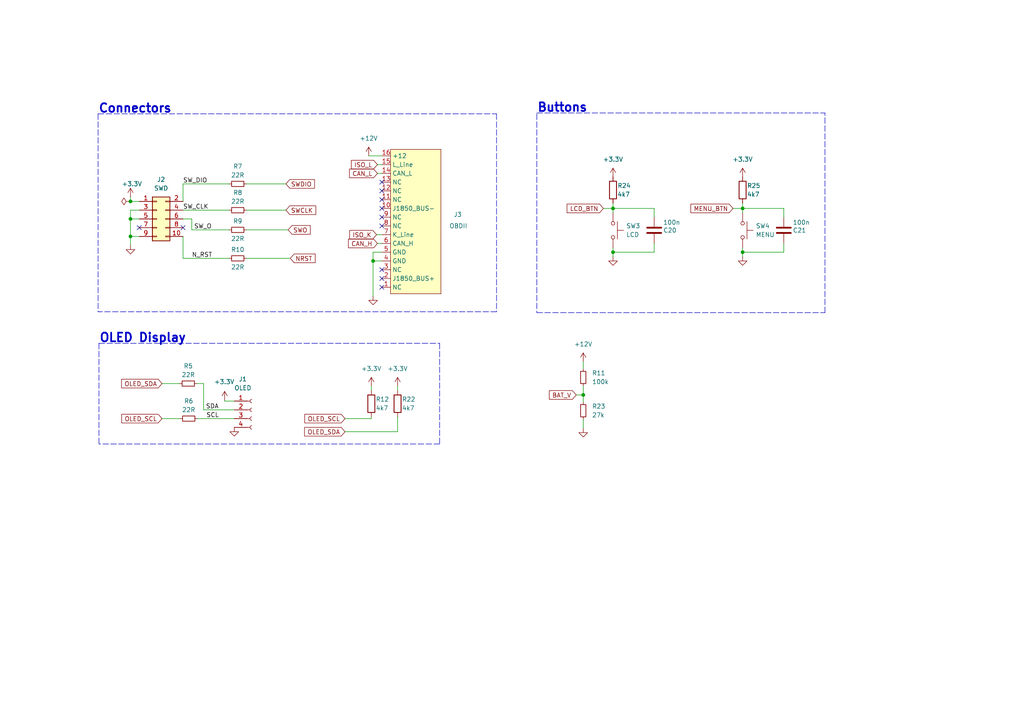
<source format=kicad_sch>
(kicad_sch (version 20211123) (generator eeschema)
  (paper "A4")
  (lib_symbols
    (symbol "+3.3V_3" (power) (pin_names (offset 0))
      (property "Value" "+3.3V_3" (at 0 3.556 0))
      (symbol "+3.3V_3_0_1"
        (polyline (pts (xy -0.762 1.27) (xy 0 2.54)))
        (polyline (pts (xy 0 0) (xy 0 2.54)))
        (polyline (pts (xy 0 2.54) (xy 0.762 1.27)))
      )
      (symbol "+3.3V_3_1_1"
        (pin power_in line (at 0 0 90) (length 0) hide (name "+3.3V") (number "1"))
      )
    )
    (symbol "+3.3V_4" (power) (pin_names (offset 0))
      (property "Value" "+3.3V_4" (at 0 3.556 0))
      (symbol "+3.3V_4_0_1"
        (polyline (pts (xy -0.762 1.27) (xy 0 2.54)))
        (polyline (pts (xy 0 0) (xy 0 2.54)))
        (polyline (pts (xy 0 2.54) (xy 0.762 1.27)))
      )
      (symbol "+3.3V_4_1_1"
        (pin power_in line (at 0 0 90) (length 0) hide (name "+3.3V") (number "1"))
      )
    )
    (symbol "+3.3V_5" (power) (pin_names (offset 0))
      (property "Value" "+3.3V_5" (at 0 3.556 0))
      (symbol "+3.3V_5_0_1"
        (polyline (pts (xy -0.762 1.27) (xy 0 2.54)))
        (polyline (pts (xy 0 0) (xy 0 2.54)))
        (polyline (pts (xy 0 2.54) (xy 0.762 1.27)))
      )
      (symbol "+3.3V_5_1_1"
        (pin power_in line (at 0 0 90) (length 0) hide (name "+3.3V") (number "1"))
      )
    )
    (symbol "+3.3V_6" (power) (pin_names (offset 0))
      (property "Value" "+3.3V_6" (at 0 3.556 0))
      (symbol "+3.3V_6_0_1"
        (polyline (pts (xy -0.762 1.27) (xy 0 2.54)))
        (polyline (pts (xy 0 0) (xy 0 2.54)))
        (polyline (pts (xy 0 2.54) (xy 0.762 1.27)))
      )
      (symbol "+3.3V_6_1_1"
        (pin power_in line (at 0 0 90) (length 0) hide (name "+3.3V") (number "1"))
      )
    )
    (symbol "Connector:Conn_01x04_Female" (pin_names (offset 1.016) hide)
      (property "Reference" "J" (at 0 5.08 0))
      (property "Value" "Conn_01x04_Female" (at 0 -7.62 0))
      (symbol "Conn_01x04_Female_1_1"
        (arc (start 0 -4.572) (mid -0.508 -5.08) (end 0 -5.588) (stroke (width 0.1524)))
        (arc (start 0 -2.032) (mid -0.508 -2.54) (end 0 -3.048) (stroke (width 0.1524)))
        (polyline (pts (xy -1.27 -5.08) (xy -0.508 -5.08)) (stroke (width 0.1524)))
        (polyline (pts (xy -1.27 -2.54) (xy -0.508 -2.54)) (stroke (width 0.1524)))
        (polyline (pts (xy -1.27 0) (xy -0.508 0)) (stroke (width 0.1524)))
        (polyline (pts (xy -1.27 2.54) (xy -0.508 2.54)) (stroke (width 0.1524)))
        (arc (start 0 0.508) (mid -0.508 0) (end 0 -0.508) (stroke (width 0.1524)))
        (arc (start 0 3.048) (mid -0.508 2.54) (end 0 2.032) (stroke (width 0.1524)))
        (pin passive line (at -5.08 2.54 0) (length 3.81) (name "Pin_1") (number "1"))
        (pin passive line (at -5.08 0 0) (length 3.81) (name "Pin_2") (number "2"))
        (pin passive line (at -5.08 -2.54 0) (length 3.81) (name "Pin_3") (number "3"))
        (pin passive line (at -5.08 -5.08 0) (length 3.81) (name "Pin_4") (number "4"))
      )
    )
    (symbol "Connector_Generic:Conn_02x05_Odd_Even" (pin_names (offset 1.016) hide)
      (property "Reference" "J" (at 1.27 7.62 0))
      (property "Value" "Conn_02x05_Odd_Even" (at 1.27 -7.62 0))
      (symbol "Conn_02x05_Odd_Even_1_1"
        (rectangle (start -1.27 -4.953) (end 0 -5.207) (stroke (width 0.1524)))
        (rectangle (start -1.27 -2.413) (end 0 -2.667) (stroke (width 0.1524)))
        (rectangle (start -1.27 0.127) (end 0 -0.127) (stroke (width 0.1524)))
        (rectangle (start -1.27 2.667) (end 0 2.413) (stroke (width 0.1524)))
        (rectangle (start -1.27 5.207) (end 0 4.953) (stroke (width 0.1524)))
        (rectangle (start -1.27 6.35) (end 3.81 -6.35) (stroke (width 0.254)) (fill (type background)))
        (rectangle (start 3.81 -4.953) (end 2.54 -5.207) (stroke (width 0.1524)))
        (rectangle (start 3.81 -2.413) (end 2.54 -2.667) (stroke (width 0.1524)))
        (rectangle (start 3.81 0.127) (end 2.54 -0.127) (stroke (width 0.1524)))
        (rectangle (start 3.81 2.667) (end 2.54 2.413) (stroke (width 0.1524)))
        (rectangle (start 3.81 5.207) (end 2.54 4.953) (stroke (width 0.1524)))
        (pin passive line (at -5.08 5.08 0) (length 3.81) (name "Pin_1") (number "1"))
        (pin passive line (at 7.62 -5.08 180) (length 3.81) (name "Pin_10") (number "10"))
        (pin passive line (at 7.62 5.08 180) (length 3.81) (name "Pin_2") (number "2"))
        (pin passive line (at -5.08 2.54 0) (length 3.81) (name "Pin_3") (number "3"))
        (pin passive line (at 7.62 2.54 180) (length 3.81) (name "Pin_4") (number "4"))
        (pin passive line (at -5.08 0 0) (length 3.81) (name "Pin_5") (number "5"))
        (pin passive line (at 7.62 0 180) (length 3.81) (name "Pin_6") (number "6"))
        (pin passive line (at -5.08 -2.54 0) (length 3.81) (name "Pin_7") (number "7"))
        (pin passive line (at 7.62 -2.54 180) (length 3.81) (name "Pin_8") (number "8"))
        (pin passive line (at -5.08 -5.08 0) (length 3.81) (name "Pin_9") (number "9"))
      )
    )
    (symbol "Device:C" (pin_numbers hide) (pin_names (offset 0.254))
      (property "Reference" "C" (at 0.635 2.54 0))
      (property "Value" "C" (at 0.635 -2.54 0))
      (symbol "C_0_1"
        (polyline (pts (xy -2.032 -0.762) (xy 2.032 -0.762)) (stroke (width 0.508)))
        (polyline (pts (xy -2.032 0.762) (xy 2.032 0.762)) (stroke (width 0.508)))
      )
      (symbol "C_1_1"
        (pin passive line (at 0 3.81 270) (length 2.794) (name "~") (number "1"))
        (pin passive line (at 0 -3.81 90) (length 2.794) (name "~") (number "2"))
      )
    )
    (symbol "Device:R" (pin_numbers hide) (pin_names (offset 0))
      (property "Reference" "R" (at 2.032 0 90))
      (property "Value" "R" (at 0 0 90))
      (symbol "R_0_1"
        (rectangle (start -1.016 -2.54) (end 1.016 2.54) (stroke (width 0.254)))
      )
      (symbol "R_1_1"
        (pin passive line (at 0 3.81 270) (length 1.27) (name "~") (number "1"))
        (pin passive line (at 0 -3.81 90) (length 1.27) (name "~") (number "2"))
      )
    )
    (symbol "Device:R_Small" (pin_numbers hide) (pin_names (offset 0.254) hide)
      (property "Reference" "R" (at 0.762 0.508 0))
      (property "Value" "R_Small" (at 0.762 -1.016 0))
      (symbol "R_Small_0_1"
        (rectangle (start -0.762 1.778) (end 0.762 -1.778) (stroke (width 0.2032)))
      )
      (symbol "R_Small_1_1"
        (pin passive line (at 0 2.54 270) (length 0.762) (name "~") (number "1"))
        (pin passive line (at 0 -2.54 90) (length 0.762) (name "~") (number "2"))
      )
    )
    (symbol "Switch:SW_Push" (pin_numbers hide) (pin_names (offset 1.016) hide)
      (property "Reference" "SW" (at 1.27 2.54 0))
      (property "Value" "SW_Push" (at 0 -1.524 0))
      (symbol "SW_Push_0_1"
        (circle (center -2.032 0) (radius 0.508))
        (polyline (pts (xy 0 1.27) (xy 0 3.048)))
        (polyline (pts (xy 2.54 1.27) (xy -2.54 1.27)))
        (circle (center 2.032 0) (radius 0.508))
        (pin passive line (at -5.08 0 0) (length 2.54) (name "1") (number "1"))
        (pin passive line (at 5.08 0 180) (length 2.54) (name "2") (number "2"))
      )
    )
    (symbol "power:+12V" (power) (pin_names (offset 0))
      (property "Value" "+12V" (at 0 3.556 0))
      (symbol "+12V_0_1"
        (polyline (pts (xy -0.762 1.27) (xy 0 2.54)))
        (polyline (pts (xy 0 0) (xy 0 2.54)))
        (polyline (pts (xy 0 2.54) (xy 0.762 1.27)))
      )
      (symbol "+12V_1_1"
        (pin power_in line (at 0 0 90) (length 0) hide (name "+12V") (number "1"))
      )
    )
    (symbol "power:GND" (power) (pin_names (offset 0))
      (property "Value" "GND" (at 0 -3.81 0))
      (symbol "GND_0_1"
        (polyline (pts (xy 0 0) (xy 0 -1.27) (xy 1.27 -1.27) (xy 0 -2.54) (xy -1.27 -1.27) (xy 0 -1.27)))
      )
      (symbol "GND_1_1"
        (pin power_in line (at 0 0 270) (length 0) hide (name "GND") (number "1"))
      )
    )
    (symbol "power:PWR_FLAG" (power) (pin_numbers hide) (pin_names (offset 0) hide)
      (property "Value" "PWR_FLAG" (at 0 3.81 0))
      (symbol "PWR_FLAG_0_0"
        (pin power_out line (at 0 0 90) (length 0) (name "pwr") (number "1"))
      )
      (symbol "PWR_FLAG_0_1"
        (polyline (pts (xy 0 0) (xy 0 1.27) (xy -1.016 1.905) (xy 0 2.54) (xy 1.016 1.905) (xy 0 1.27)))
      )
    )
    (symbol "tme_library:OBDII"
      (property "Reference" "J3" (at 2.54 25.4 90))
      (property "Value" "OBDII" (at 1.27 22.86 90))
      (symbol "OBDII_0_1"
        (rectangle (start -20.955 10.795) (end 20.955 -3.81) (fill (type background)))
      )
      (symbol "OBDII_1_1"
        (pin free line (at -19.05 -6.35 90) (length 2.54) (name "NC") (number "1"))
        (pin free line (at 3.81 -6.35 90) (length 2.54) (name "J1850_BUS-") (number "10"))
        (pin free line (at 6.35 -6.35 90) (length 2.54) (name "NC") (number "11"))
        (pin free line (at 8.89 -6.35 90) (length 2.54) (name "NC") (number "12"))
        (pin free line (at 11.43 -6.35 90) (length 2.54) (name "NC") (number "13"))
        (pin free line (at 13.97 -6.35 90) (length 2.54) (name "CAN_L") (number "14"))
        (pin free line (at 16.51 -6.35 90) (length 2.54) (name "L_Line") (number "15"))
        (pin power_in line (at 19.05 -6.35 90) (length 2.54) (name "+12") (number "16"))
        (pin free line (at -16.51 -6.35 90) (length 2.54) (name "J1850_BUS+") (number "2"))
        (pin free line (at -13.97 -6.35 90) (length 2.54) (name "NC") (number "3"))
        (pin free line (at -11.43 -6.35 90) (length 2.54) (name "GND") (number "4"))
        (pin free line (at -8.89 -6.35 90) (length 2.54) (name "GND") (number "5"))
        (pin free line (at -6.35 -6.35 90) (length 2.54) (name "CAN_H") (number "6"))
        (pin free line (at -3.81 -6.35 90) (length 2.54) (name "K_Line") (number "7"))
        (pin free line (at -1.27 -6.35 90) (length 2.54) (name "NC") (number "8"))
        (pin free line (at 1.27 -6.35 90) (length 2.54) (name "NC") (number "9"))
      )
    )
  )
  (junction (at 215.392 73.152))
  (junction (at 37.846 63.5))
  (junction (at 169.164 114.554))
  (junction (at 108.204 75.692))
  (junction (at 37.846 58.42))
  (junction (at 37.846 68.58))
  (junction (at 177.8 73.152))
  (junction (at 177.8 60.452))
  (junction (at 215.392 60.452))
  (no_connect (at 110.744 60.452))
  (no_connect (at 110.744 65.532))
  (no_connect (at 110.744 78.232))
  (no_connect (at 110.744 80.772))
  (no_connect (at 110.744 55.372))
  (no_connect (at 110.744 57.912))
  (no_connect (at 110.744 62.992))
  (no_connect (at 40.386 66.04))
  (no_connect (at 110.744 83.312))
  (no_connect (at 110.744 52.832))
  (no_connect (at 53.086 66.04))
  (wire (pts (xy 109.474 47.752) (xy 110.744 47.752)))
  (wire (pts (xy 37.846 60.96) (xy 37.846 63.5)))
  (wire (pts (xy 53.086 53.34) (xy 66.421 53.34)))
  (wire (pts (xy 227.33 70.612) (xy 227.33 73.152)))
  (wire (pts (xy 189.738 70.612) (xy 189.738 73.152)))
  (polyline (pts (xy 155.702 90.678) (xy 239.268 90.678)))
  (wire (pts (xy 169.164 114.554) (xy 169.164 116.586)))
  (wire (pts (xy 57.277 121.412) (xy 67.945 121.412)))
  (wire (pts (xy 46.99 121.412) (xy 52.197 121.412)))
  (wire (pts (xy 53.086 63.5) (xy 55.626 63.5)))
  (wire (pts (xy 177.8 60.452) (xy 189.738 60.452)))
  (wire (pts (xy 108.204 75.692) (xy 108.204 85.852)))
  (wire (pts (xy 109.22 68.072) (xy 110.744 68.072)))
  (wire (pts (xy 107.696 120.904) (xy 107.696 121.412)))
  (wire (pts (xy 177.8 58.928) (xy 177.8 60.452)))
  (wire (pts (xy 115.316 112.014) (xy 115.316 113.284)))
  (wire (pts (xy 59.055 111.252) (xy 59.055 118.872)))
  (polyline (pts (xy 155.702 32.766) (xy 239.268 32.766)))
  (wire (pts (xy 110.744 73.152) (xy 108.204 73.152)))
  (wire (pts (xy 55.626 66.675) (xy 66.421 66.675)))
  (wire (pts (xy 169.164 112.014) (xy 169.164 114.554)))
  (wire (pts (xy 189.738 62.992) (xy 189.738 60.452)))
  (wire (pts (xy 67.945 116.332) (xy 65.151 116.332)))
  (wire (pts (xy 108.204 73.152) (xy 108.204 75.692)))
  (wire (pts (xy 227.33 62.992) (xy 227.33 60.452)))
  (wire (pts (xy 109.474 50.292) (xy 110.744 50.292)))
  (wire (pts (xy 40.386 58.42) (xy 37.846 58.42)))
  (polyline (pts (xy 144.018 90.424) (xy 28.448 90.424)))
  (wire (pts (xy 167.132 114.554) (xy 169.164 114.554)))
  (wire (pts (xy 108.204 75.692) (xy 110.744 75.692)))
  (polyline (pts (xy 28.448 33.02) (xy 28.448 90.424)))
  (wire (pts (xy 53.086 74.93) (xy 66.421 74.93)))
  (polyline (pts (xy 127.508 99.568) (xy 127.508 128.778)))
  (wire (pts (xy 107.696 112.014) (xy 107.696 113.284)))
  (polyline (pts (xy 28.702 99.568) (xy 28.702 128.778)))
  (wire (pts (xy 215.392 71.882) (xy 215.392 73.152)))
  (polyline (pts (xy 28.448 33.02) (xy 144.018 33.02)))
  (wire (pts (xy 55.626 63.5) (xy 55.626 66.675)))
  (wire (pts (xy 107.696 121.412) (xy 100.076 121.412)))
  (wire (pts (xy 59.055 118.872) (xy 67.945 118.872)))
  (wire (pts (xy 115.316 125.222) (xy 100.076 125.222)))
  (wire (pts (xy 169.164 121.666) (xy 169.164 124.206)))
  (wire (pts (xy 37.846 58.42) (xy 37.846 57.15)))
  (wire (pts (xy 71.501 53.34) (xy 82.931 53.34)))
  (polyline (pts (xy 155.702 33.02) (xy 155.702 90.678)))
  (wire (pts (xy 40.386 60.96) (xy 37.846 60.96)))
  (wire (pts (xy 215.392 58.928) (xy 215.392 60.452)))
  (wire (pts (xy 71.501 66.675) (xy 83.566 66.675)))
  (wire (pts (xy 109.474 70.612) (xy 110.744 70.612)))
  (polyline (pts (xy 28.702 99.568) (xy 127.508 99.568)))
  (wire (pts (xy 227.33 73.152) (xy 215.392 73.152)))
  (wire (pts (xy 215.392 73.152) (xy 215.392 74.422)))
  (polyline (pts (xy 144.018 33.02) (xy 144.018 90.424)))
  (wire (pts (xy 53.086 60.96) (xy 66.421 60.96)))
  (wire (pts (xy 37.846 63.5) (xy 40.386 63.5)))
  (wire (pts (xy 65.151 116.332) (xy 65.151 116.078)))
  (wire (pts (xy 46.99 111.252) (xy 52.07 111.252)))
  (wire (pts (xy 189.738 73.152) (xy 177.8 73.152)))
  (wire (pts (xy 37.846 63.5) (xy 37.846 68.58)))
  (wire (pts (xy 57.15 111.252) (xy 59.055 111.252)))
  (wire (pts (xy 215.392 60.452) (xy 215.392 61.722)))
  (wire (pts (xy 37.846 68.58) (xy 37.846 71.12)))
  (wire (pts (xy 53.086 68.58) (xy 53.086 74.93)))
  (wire (pts (xy 37.846 68.58) (xy 40.386 68.58)))
  (wire (pts (xy 53.086 58.42) (xy 53.086 53.34)))
  (wire (pts (xy 175.006 60.452) (xy 177.8 60.452)))
  (wire (pts (xy 215.392 60.452) (xy 227.33 60.452)))
  (wire (pts (xy 169.164 104.902) (xy 169.164 106.934)))
  (polyline (pts (xy 127.508 128.778) (xy 28.702 128.778)))
  (wire (pts (xy 106.934 45.212) (xy 110.744 45.212)))
  (wire (pts (xy 71.501 60.96) (xy 82.931 60.96)))
  (wire (pts (xy 177.8 71.882) (xy 177.8 73.152)))
  (wire (pts (xy 212.598 60.452) (xy 215.392 60.452)))
  (wire (pts (xy 177.8 60.452) (xy 177.8 61.722)))
  (polyline (pts (xy 239.268 90.678) (xy 239.268 32.766)))
  (wire (pts (xy 71.501 74.93) (xy 84.201 74.93)))
  (wire (pts (xy 177.8 73.152) (xy 177.8 74.422)))
  (wire (pts (xy 115.316 120.904) (xy 115.316 125.222)))
  (text "OLED Display" (at 28.702 99.568 0) (effects (font (size 2.5 2.5) (thickness 0.5) bold) (justify left bottom)))
  (text "Buttons" (at 155.702 32.766 0) (effects (font (size 2.5 2.5) (thickness 0.5) bold) (justify left bottom)))
  (text "Connectors" (at 28.448 33.02 0) (effects (font (size 2.5 2.5) bold) (justify left bottom)))
  (label "SDA" (at 59.69 118.872 0))
  (label "SW_DIO" (at 53.086 53.34 0))
  (label "SW_CLK" (at 53.086 60.96 0))
  (label "N_RST" (at 55.626 74.93 0))
  (label "SW_O" (at 56.261 66.675 0))
  (label "SCL" (at 59.817 121.412 0))
  (global_label "ISO_K" (shape input) (at 109.22 68.072 180) (property "Intersheet References" "${INTERSHEET_REFS}" (effects hide)))
  (global_label "NRST" (shape input) (at 84.201 74.93 0) (property "Intersheet References" "${INTERSHEET_REFS}" (effects hide)))
  (global_label "LCD_BTN" (shape input) (at 175.006 60.452 180) (property "Intersheet References" "${INTERSHEET_REFS}" (effects hide)))
  (global_label "BAT_V" (shape input) (at 167.132 114.554 180) (property "Intersheet References" "${INTERSHEET_REFS}" (effects hide)))
  (global_label "CAN_L" (shape input) (at 109.474 50.292 180) (property "Intersheet References" "${INTERSHEET_REFS}" (effects hide)))
  (global_label "OLED_SDA" (shape input) (at 46.99 111.252 180) (property "Intersheet References" "${INTERSHEET_REFS}" (effects hide)))
  (global_label "OLED_SCL" (shape input) (at 100.076 121.412 180) (property "Intersheet References" "${INTERSHEET_REFS}" (effects hide)))
  (global_label "SWO" (shape input) (at 83.566 66.675 0) (property "Intersheet References" "${INTERSHEET_REFS}" (effects hide)))
  (global_label "CAN_H" (shape input) (at 109.474 70.612 180) (property "Intersheet References" "${INTERSHEET_REFS}" (effects hide)))
  (global_label "ISO_L" (shape input) (at 109.474 47.752 180) (property "Intersheet References" "${INTERSHEET_REFS}" (effects hide)))
  (global_label "SWDIO" (shape input) (at 82.931 53.34 0) (property "Intersheet References" "${INTERSHEET_REFS}" (effects hide)))
  (global_label "MENU_BTN" (shape input) (at 212.598 60.452 180) (property "Intersheet References" "${INTERSHEET_REFS}" (effects hide)))
  (global_label "OLED_SDA" (shape input) (at 100.076 125.222 180) (property "Intersheet References" "${INTERSHEET_REFS}" (effects hide)))
  (global_label "SWCLK" (shape input) (at 82.931 60.96 0) (property "Intersheet References" "${INTERSHEET_REFS}" (effects hide)))
  (global_label "OLED_SCL" (shape input) (at 46.99 121.412 180) (property "Intersheet References" "${INTERSHEET_REFS}" (effects hide)))
  (symbol (lib_name "+3.3V_3") (lib_id "power:+3.3V") (at 107.696 112.014 0) (unit 1)
    (property "Reference" "#PWR018" (effects hide))
    (property "Value" "+3.3V" (at 107.696 106.934 0))
  )
  (symbol (lib_id "Device:R_Small") (at 68.961 60.96 90) (unit 1)
    (property "Reference" "R8" (at 68.961 55.88 90))
    (property "Value" "22R" (at 68.961 58.42 90))
    (property "Footprint" "Resistor_SMD:R_0603_1608Metric" (effects hide))
  )
  (symbol (lib_id "Connector:Conn_01x04_Female") (at 73.025 118.872 0) (unit 1)
    (property "Reference" "J1" (at 69.215 109.982 0) (effects (justify left)))
    (property "Value" "OLED" (at 67.945 112.522 0) (effects (justify left)))
    (property "Footprint" "Connector_PinHeader_2.54mm:PinHeader_1x04_P2.54mm_Vertical" (effects hide))
  )
  (symbol (lib_id "Device:R") (at 107.696 117.094 0) (unit 1)
    (property "Reference" "R12" (at 108.966 115.824 0) (effects (justify left)))
    (property "Value" "4k7" (at 108.966 118.364 0) (effects (justify left)))
    (property "Footprint" "Resistor_SMD:R_0402_1005Metric" (effects hide))
  )
  (symbol (lib_name "+3.3V_4") (lib_id "power:+3.3V") (at 177.8 51.308 0) (unit 1)
    (property "Reference" "#PWR0108" (effects hide))
    (property "Value" "+3.3V" (at 177.8 46.228 0))
  )
  (symbol (lib_id "Device:R_Small") (at 169.164 109.474 0) (unit 1)
    (property "Reference" "R11" (at 171.704 108.2039 0) (effects (justify left)))
    (property "Value" "100k" (at 171.704 110.7439 0) (effects (justify left)))
    (property "Footprint" "Resistor_SMD:R_0402_1005Metric" (effects hide))
  )
  (symbol (lib_id "power:GND") (at 169.164 124.206 0) (unit 1)
    (property "Reference" "#PWR032" (effects hide))
    (property "Value" "GND" (effects hide))
  )
  (symbol (lib_name "+3.3V_4") (lib_id "power:+3.3V") (at 215.392 51.308 0) (unit 1)
    (property "Reference" "#PWR0107" (effects hide))
    (property "Value" "+3.3V" (at 215.392 46.228 0))
  )
  (symbol (lib_id "Connector_Generic:Conn_02x05_Odd_Even") (at 45.466 63.5 0) (unit 1)
    (property "Reference" "J2" (at 46.736 52.07 0))
    (property "Value" "SWD" (at 46.736 54.61 0))
    (property "Footprint" "Connector_PinHeader_2.54mm:PinHeader_2x05_P2.54mm_Vertical" (effects hide))
  )
  (symbol (lib_id "power:GND") (at 215.392 74.422 0) (unit 1)
    (property "Reference" "#PWR0105" (effects hide))
    (property "Value" "GND" (effects hide))
  )
  (symbol (lib_name "+3.3V_4") (lib_id "power:+3.3V") (at 115.316 112.014 0) (unit 1)
    (property "Reference" "#PWR031" (effects hide))
    (property "Value" "+3.3V" (at 115.316 106.934 0))
  )
  (symbol (lib_id "Device:R_Small") (at 54.61 111.252 90) (unit 1)
    (property "Reference" "R5" (at 54.61 106.172 90))
    (property "Value" "22R" (at 54.61 108.712 90))
    (property "Footprint" "Resistor_SMD:R_0603_1608Metric" (effects hide))
  )
  (symbol (lib_id "power:GND") (at 177.8 74.422 0) (unit 1)
    (property "Reference" "#PWR0106" (effects hide))
    (property "Value" "GND" (effects hide))
  )
  (symbol (lib_id "power:GND") (at 37.846 71.12 0) (unit 1)
    (property "Reference" "#PWR019" (effects hide))
    (property "Value" "GND" (effects hide))
  )
  (symbol (lib_id "tme_library:OBDII") (at 117.094 64.262 270) (mirror x) (unit 1)
    (property "Reference" "J3" (at 131.572 62.23 90) (effects (justify left)))
    (property "Value" "OBDII" (at 130.302 65.532 90) (effects (justify left)))
    (property "Footprint" "tme_library:OBD" (effects hide))
  )
  (symbol (lib_id "Device:R") (at 177.8 55.118 0) (unit 1)
    (property "Reference" "R24" (at 179.07 53.848 0) (effects (justify left)))
    (property "Value" "4k7" (at 179.07 56.388 0) (effects (justify left)))
    (property "Footprint" "Resistor_SMD:R_0402_1005Metric" (effects hide))
  )
  (symbol (lib_id "power:PWR_FLAG") (at 37.846 58.42 90) (unit 1)
    (property "Reference" "#FLG01" (effects hide))
    (property "Value" "PWR_FLAG" (effects hide))
  )
  (symbol (lib_id "Device:R_Small") (at 68.961 53.34 90) (unit 1)
    (property "Reference" "R7" (at 68.961 48.26 90))
    (property "Value" "22R" (at 68.961 50.8 90))
    (property "Footprint" "Resistor_SMD:R_0603_1608Metric" (effects hide))
  )
  (symbol (lib_id "Device:C") (at 189.738 66.802 180) (unit 1)
    (property "Reference" "C20" (at 194.31 66.802 0))
    (property "Value" "100n" (at 194.818 64.516 0))
    (property "Footprint" "Capacitor_SMD:C_0402_1005Metric" (effects hide))
  )
  (symbol (lib_id "Device:R") (at 215.392 55.118 0) (unit 1)
    (property "Reference" "R25" (at 216.662 53.848 0) (effects (justify left)))
    (property "Value" "4k7" (at 216.662 56.388 0) (effects (justify left)))
    (property "Footprint" "Resistor_SMD:R_0402_1005Metric" (effects hide))
  )
  (symbol (lib_id "power:GND") (at 67.945 123.952 0) (unit 1)
    (property "Reference" "#PWR015" (effects hide))
    (property "Value" "GND" (effects hide))
  )
  (symbol (lib_name "+3.3V_5") (lib_id "power:+3.3V") (at 37.846 57.15 0) (unit 1)
    (property "Reference" "#PWR016" (effects hide))
    (property "Value" "+3.3V" (at 35.306 53.34 0) (effects (justify left)))
  )
  (symbol (lib_id "power:+12V") (at 169.164 104.902 0) (unit 1)
    (property "Reference" "#PWR017" (effects hide))
    (property "Value" "+12V" (at 169.164 99.822 0))
  )
  (symbol (lib_name "+3.3V_6") (lib_id "power:+3.3V") (at 65.151 116.078 0) (unit 1)
    (property "Reference" "#PWR013" (effects hide))
    (property "Value" "+3.3V" (at 62.103 110.744 0) (effects (justify left)))
  )
  (symbol (lib_id "Device:R") (at 115.316 117.094 0) (unit 1)
    (property "Reference" "R22" (at 116.586 115.824 0) (effects (justify left)))
    (property "Value" "4k7" (at 116.586 118.364 0) (effects (justify left)))
    (property "Footprint" "Resistor_SMD:R_0402_1005Metric" (effects hide))
  )
  (symbol (lib_id "Device:R_Small") (at 169.164 119.126 0) (unit 1)
    (property "Reference" "R23" (at 171.704 117.8559 0) (effects (justify left)))
    (property "Value" "27k" (at 171.704 120.3959 0) (effects (justify left)))
    (property "Footprint" "Resistor_SMD:R_0402_1005Metric" (effects hide))
  )
  (symbol (lib_id "power:+12V") (at 106.934 45.212 0) (unit 1)
    (property "Reference" "#PWR09" (effects hide))
    (property "Value" "+12V" (at 106.934 40.132 0))
  )
  (symbol (lib_id "Device:R_Small") (at 54.737 121.412 90) (unit 1)
    (property "Reference" "R6" (at 54.737 116.332 90))
    (property "Value" "22R" (at 54.737 118.872 90))
    (property "Footprint" "Resistor_SMD:R_0603_1608Metric" (effects hide))
  )
  (symbol (lib_id "Switch:SW_Push") (at 215.392 66.802 270) (unit 1)
    (property "Reference" "SW4" (at 219.202 65.5319 90) (effects (justify left)))
    (property "Value" "MENU" (at 219.202 68.0719 90) (effects (justify left)))
    (property "Footprint" "Connector_PinHeader_1.27mm:PinHeader_1x02_P1.27mm_Vertical" (effects hide))
  )
  (symbol (lib_id "power:GND") (at 108.204 85.852 0) (unit 1)
    (property "Reference" "#PWR030" (effects hide))
    (property "Value" "GND" (effects hide))
  )
  (symbol (lib_id "Device:R_Small") (at 68.961 74.93 90) (unit 1)
    (property "Reference" "R10" (at 68.961 72.39 90))
    (property "Value" "22R" (at 68.961 77.47 90))
    (property "Footprint" "Resistor_SMD:R_0603_1608Metric" (effects hide))
  )
  (symbol (lib_id "Device:C") (at 227.33 66.802 180) (unit 1)
    (property "Reference" "C21" (at 231.902 66.802 0))
    (property "Value" "100n" (at 232.41 64.516 0))
    (property "Footprint" "Capacitor_SMD:C_0402_1005Metric" (effects hide))
  )
  (symbol (lib_id "Switch:SW_Push") (at 177.8 66.802 270) (unit 1)
    (property "Reference" "SW3" (at 181.61 65.5319 90) (effects (justify left)))
    (property "Value" "LCD" (at 181.61 68.0719 90) (effects (justify left)))
    (property "Footprint" "Connector_PinHeader_1.27mm:PinHeader_1x02_P1.27mm_Vertical" (effects hide))
  )
  (symbol (lib_id "Device:R_Small") (at 68.961 66.675 90) (unit 1)
    (property "Reference" "R9" (at 68.961 64.135 90))
    (property "Value" "22R" (at 68.961 69.215 90))
    (property "Footprint" "Resistor_SMD:R_0603_1608Metric" (effects hide))
  )
)
</source>
